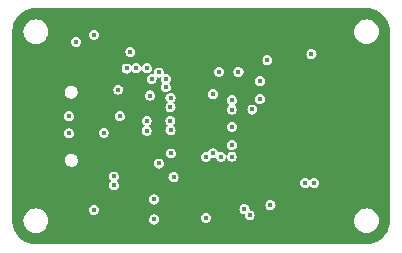
<source format=gbr>
%TF.GenerationSoftware,KiCad,Pcbnew,8.0.8*%
%TF.CreationDate,2025-04-16T19:26:52+02:00*%
%TF.ProjectId,PicoFlash,5069636f-466c-4617-9368-2e6b69636164,1.0*%
%TF.SameCoordinates,Original*%
%TF.FileFunction,Copper,L2,Inr*%
%TF.FilePolarity,Positive*%
%FSLAX46Y46*%
G04 Gerber Fmt 4.6, Leading zero omitted, Abs format (unit mm)*
G04 Created by KiCad (PCBNEW 8.0.8) date 2025-04-16 19:26:52*
%MOMM*%
%LPD*%
G01*
G04 APERTURE LIST*
%TA.AperFunction,ComponentPad*%
%ADD10O,2.000000X1.100000*%
%TD*%
%TA.AperFunction,ComponentPad*%
%ADD11O,1.800000X1.200000*%
%TD*%
%TA.AperFunction,ViaPad*%
%ADD12C,0.450000*%
%TD*%
G04 APERTURE END LIST*
D10*
%TO.N,GND*%
%TO.C,J10*%
X5525121Y14324994D03*
D11*
X1324968Y14324994D03*
D10*
X5525121Y5675006D03*
D11*
X1324968Y5675006D03*
%TD*%
D12*
%TO.N,+3V3*%
X10500000Y14900000D03*
X18586234Y9953261D03*
X17000000Y7700000D03*
X19150000Y14600000D03*
X11800000Y14000000D03*
X9681380Y14890690D03*
X13390000Y10470000D03*
X25550000Y5209398D03*
X11380000Y10470000D03*
X17500000Y14600000D03*
X13660000Y5680000D03*
X20100000Y2450000D03*
X13000000Y13300000D03*
X13422328Y7697484D03*
X19660934Y2969814D03*
X11400000Y14900000D03*
X13000000Y14000000D03*
X24800000Y5209398D03*
X17000000Y12727491D03*
X8600000Y5000000D03*
X10000000Y16300000D03*
X21000000Y13800000D03*
X8600000Y5750000D03*
X13400000Y12400000D03*
%TO.N,GND*%
X31439340Y9939340D03*
X939340Y939340D03*
X19000000Y19500000D03*
X6600000Y6400000D03*
X13000000Y19500000D03*
X20000000Y19500000D03*
X28400000Y5700000D03*
X12460000Y1490000D03*
X500000Y6000000D03*
X500000Y7000000D03*
X6100000Y13600000D03*
X4000000Y500000D03*
X9000000Y500000D03*
X31000000Y19000000D03*
X12000000Y500000D03*
X10000000Y500000D03*
X18600000Y9100000D03*
X28000000Y500000D03*
X17000000Y9000000D03*
X31439340Y3939340D03*
X19135198Y6875000D03*
X19500000Y13750000D03*
X14500000Y1500000D03*
X24150000Y10050000D03*
X20000000Y500000D03*
X27100000Y3000000D03*
X23300000Y9850000D03*
X8000000Y19500000D03*
X5000000Y500000D03*
X25000000Y500000D03*
X10100000Y7100000D03*
X21930000Y12300000D03*
X26000000Y500000D03*
X26200000Y11100000D03*
X500000Y5000000D03*
X27000000Y500000D03*
X30000000Y6900000D03*
X27000000Y19500000D03*
X30000000Y500000D03*
X4000000Y19500000D03*
X16000000Y500000D03*
X18000000Y500000D03*
X22000000Y500000D03*
X15000000Y11000000D03*
X9400000Y1400000D03*
X10150000Y13605627D03*
X15000000Y10000000D03*
X20196203Y3353739D03*
X7125000Y18350000D03*
X31500000Y14000000D03*
X31439340Y12939340D03*
X17000000Y10000000D03*
X31439340Y1939340D03*
X17000000Y19500000D03*
X30000000Y15100000D03*
X9530000Y9440000D03*
X31439340Y10939340D03*
X5400000Y15950000D03*
X12000000Y19500000D03*
X500000Y10000000D03*
X31439340Y8939340D03*
X29000000Y19500000D03*
X2100000Y13000000D03*
X31439340Y17939340D03*
X5600000Y13600000D03*
X10100000Y7700000D03*
X2100000Y9000000D03*
X16000000Y11000000D03*
X19000000Y500000D03*
X13500000Y1500000D03*
X13000000Y500000D03*
X18000000Y19500000D03*
X30000000Y9000000D03*
X18156903Y5700000D03*
X11000000Y500000D03*
X25000000Y19500000D03*
X26200000Y10300000D03*
X6100000Y6400000D03*
X31439340Y7939340D03*
X500000Y16000000D03*
X500000Y2000000D03*
X5399857Y16499673D03*
X500000Y14000000D03*
X21930000Y10750000D03*
X500000Y15000000D03*
X2000000Y500000D03*
X500000Y13000000D03*
X30000000Y19500000D03*
X500000Y3000000D03*
X25000000Y18250000D03*
X6000000Y19500000D03*
X14000000Y19500000D03*
X6000000Y500000D03*
X500000Y17000000D03*
X22000000Y19500000D03*
X23000000Y500000D03*
X2100000Y11000000D03*
X11000000Y19500000D03*
X5399691Y17799673D03*
X15000000Y19500000D03*
X8500000Y1400000D03*
X8000000Y500000D03*
X13449609Y3296768D03*
X3000000Y500000D03*
X30000000Y11000000D03*
X2100000Y7000000D03*
X31439340Y6939340D03*
X26000000Y19500000D03*
X25000000Y10300000D03*
X22700000Y7250000D03*
X24000000Y19500000D03*
X31439340Y11939340D03*
X7000000Y19500000D03*
X31439340Y2939340D03*
X26000000Y17250000D03*
X30000000Y13000000D03*
X2000000Y19500000D03*
X27750000Y16000000D03*
X18870000Y2650000D03*
X15550000Y14600000D03*
X28000000Y19500000D03*
X9930000Y9940000D03*
X14000000Y500000D03*
X5000000Y19500000D03*
X22200000Y14600000D03*
X5600000Y6400000D03*
X7500000Y1400000D03*
X500000Y18000000D03*
X10100000Y6500000D03*
X26400000Y3000000D03*
X31439340Y15939340D03*
X31000000Y878680D03*
X3000000Y19500000D03*
X500000Y9000000D03*
X24000000Y500000D03*
X21000000Y500000D03*
X30000000Y4900000D03*
X21000000Y19500000D03*
X14850000Y14600000D03*
X5400116Y18349675D03*
X500000Y12000000D03*
X15000000Y500000D03*
X16000000Y19500000D03*
X939340Y19060660D03*
X18170000Y5030000D03*
X16000000Y9000000D03*
X500000Y11000000D03*
X500000Y4000000D03*
X17000000Y11000000D03*
X26200000Y11900000D03*
X7740000Y10100000D03*
X15000000Y9000000D03*
X23000000Y19500000D03*
X10000000Y19500000D03*
X12575152Y15467615D03*
X15712463Y7424212D03*
X17000000Y500000D03*
X7200000Y4800000D03*
X31500000Y5000000D03*
X9000000Y19500000D03*
X22675000Y8750000D03*
X16000000Y10000000D03*
X500000Y8000000D03*
X31500000Y6000000D03*
X31500000Y15000000D03*
X6600000Y13600000D03*
X22200000Y13800000D03*
X26200000Y6600000D03*
X7000000Y500000D03*
X31439340Y16939340D03*
X8827180Y13723323D03*
X29000000Y500000D03*
X27100000Y4500000D03*
%TO.N,+1V1*%
X13397026Y11613328D03*
X11374578Y9615422D03*
X18575000Y11403525D03*
X20330729Y11417274D03*
X13400000Y9650000D03*
X11666127Y12593914D03*
%TO.N,/CC2*%
X7739456Y9440000D03*
X4800000Y9391268D03*
%TO.N,/CC1*%
X4796683Y10836097D03*
X9100000Y10850000D03*
%TO.N,BOOTSELECT*%
X12400000Y14550000D03*
X12405422Y6844578D03*
%TO.N,HOST_RESET*%
X25330000Y16100000D03*
X21600013Y15590013D03*
%TO.N,GPIO10*%
X20950000Y12300000D03*
X18575000Y7427301D03*
%TO.N,GPIO8*%
X17645867Y7413589D03*
X21860000Y3320000D03*
%TO.N,GPIO16*%
X12000000Y3800000D03*
X18600000Y12200000D03*
%TO.N,GPIO7*%
X16384275Y7406311D03*
X16384275Y2250000D03*
%TO.N,GPIO15*%
X12000000Y2100000D03*
X18598578Y8400461D03*
%TO.N,/ACT_LED*%
X5401705Y17149673D03*
X6900000Y2909929D03*
%TO.N,/PWR_LED*%
X8984423Y13092628D03*
X6906380Y17737865D03*
%TD*%
%TA.AperFunction,Conductor*%
%TO.N,GND*%
G36*
X11300000Y7600000D02*
G01*
X11100000Y7600000D01*
X10875000Y7600000D01*
X10743668Y7579199D01*
X10625191Y7518832D01*
X10531168Y7424809D01*
X10470801Y7306332D01*
X10450000Y7175000D01*
X10450000Y6050000D01*
X10050000Y6050000D01*
X9650000Y6050000D01*
X9650000Y8000000D01*
X10450000Y8000000D01*
X11300000Y8000000D01*
X11300000Y7600000D01*
G37*
%TD.AperFunction*%
%TD*%
%TA.AperFunction,Conductor*%
%TO.N,GND*%
G36*
X29928782Y19999998D02*
G01*
X30069687Y19998742D01*
X30073167Y19998587D01*
X30212066Y19987407D01*
X30215082Y19987069D01*
X30282542Y19977370D01*
X30285965Y19976752D01*
X30559331Y19917285D01*
X30566023Y19915320D01*
X30826497Y19818169D01*
X30832848Y19815267D01*
X30954837Y19748656D01*
X31076823Y19682046D01*
X31082697Y19678272D01*
X31305261Y19511664D01*
X31310536Y19507091D01*
X31507090Y19310537D01*
X31511663Y19305260D01*
X31678269Y19082701D01*
X31682045Y19076824D01*
X31815264Y18832853D01*
X31818169Y18826494D01*
X31915317Y18566031D01*
X31917286Y18559323D01*
X31976749Y18285976D01*
X31977370Y18282533D01*
X31987066Y18215096D01*
X31987407Y18212054D01*
X31998585Y18073172D01*
X31998741Y18069678D01*
X31999998Y17928783D01*
X32000000Y17928346D01*
X32000000Y2071655D01*
X31999998Y2071218D01*
X31998741Y1930323D01*
X31998585Y1926829D01*
X31987407Y1787947D01*
X31987066Y1784905D01*
X31977370Y1717468D01*
X31976749Y1714025D01*
X31917286Y1440678D01*
X31915317Y1433970D01*
X31818169Y1173507D01*
X31815264Y1167148D01*
X31682045Y923177D01*
X31678266Y917295D01*
X31511669Y694747D01*
X31507090Y689464D01*
X31310536Y492910D01*
X31305253Y488331D01*
X31082705Y321734D01*
X31076823Y317955D01*
X30832852Y184736D01*
X30826493Y181831D01*
X30566030Y84683D01*
X30559322Y82714D01*
X30285975Y23251D01*
X30282532Y22630D01*
X30215095Y12934D01*
X30212053Y12593D01*
X30073171Y1415D01*
X30069677Y1259D01*
X29928782Y2D01*
X29928345Y0D01*
X2071655Y0D01*
X2071218Y2D01*
X1930322Y1259D01*
X1926828Y1415D01*
X1787946Y12593D01*
X1784904Y12934D01*
X1717467Y22630D01*
X1714024Y23251D01*
X1440677Y82714D01*
X1433969Y84683D01*
X1173506Y181831D01*
X1167147Y184736D01*
X923176Y317955D01*
X917299Y321731D01*
X694740Y488337D01*
X689463Y492910D01*
X492909Y689464D01*
X488336Y694739D01*
X321728Y917303D01*
X317954Y923177D01*
X205534Y1129058D01*
X184733Y1167152D01*
X181830Y1173507D01*
X149822Y1259324D01*
X84680Y1433977D01*
X82715Y1440669D01*
X23248Y1714035D01*
X22629Y1717468D01*
X14634Y1773072D01*
X12931Y1784918D01*
X12592Y1787947D01*
X11972Y1795648D01*
X1413Y1926833D01*
X1258Y1930323D01*
X637Y2000001D01*
X952528Y2000001D01*
X952528Y2000000D01*
X974878Y1773072D01*
X983755Y1759055D01*
X1019674Y1640646D01*
X1032262Y1599150D01*
X1032265Y1599145D01*
X1032266Y1599142D01*
X1129057Y1418057D01*
X1129778Y1417086D01*
X1130582Y1416198D01*
X1259323Y1259327D01*
X1259326Y1259324D01*
X1416197Y1130583D01*
X1417085Y1129778D01*
X1418055Y1129059D01*
X1418056Y1129058D01*
X1599150Y1032262D01*
X1759054Y983756D01*
X1769434Y975238D01*
X1795644Y972657D01*
X1795649Y972655D01*
X1795648Y972655D01*
X2000000Y952528D01*
X2204352Y972655D01*
X2204351Y972655D01*
X2204353Y972656D01*
X2226926Y974879D01*
X2240943Y983756D01*
X2400850Y1032262D01*
X2581944Y1129058D01*
X2581945Y1129059D01*
X2581951Y1129065D01*
X2582905Y1129772D01*
X2583790Y1130574D01*
X2740675Y1259325D01*
X2869426Y1416210D01*
X2870228Y1417095D01*
X2870941Y1418055D01*
X2870942Y1418056D01*
X2967738Y1599150D01*
X3027345Y1795649D01*
X3037405Y1846225D01*
X3048736Y1948417D01*
X3048736Y2051583D01*
X3043368Y2100000D01*
X11569196Y2100000D01*
X11590281Y1966874D01*
X11590281Y1966873D01*
X11590282Y1966872D01*
X11651467Y1846787D01*
X11651472Y1846780D01*
X11746779Y1751473D01*
X11746786Y1751468D01*
X11820254Y1714035D01*
X11866874Y1690281D01*
X12000000Y1669196D01*
X12133126Y1690281D01*
X12216420Y1732722D01*
X12253213Y1751468D01*
X12253215Y1751470D01*
X12253220Y1751472D01*
X12348528Y1846780D01*
X12409719Y1966874D01*
X12430804Y2100000D01*
X12409719Y2233126D01*
X12401121Y2250000D01*
X15953471Y2250000D01*
X15974556Y2116874D01*
X15974556Y2116873D01*
X15974557Y2116872D01*
X16035742Y1996787D01*
X16035747Y1996780D01*
X16131054Y1901473D01*
X16131061Y1901468D01*
X16211117Y1860678D01*
X16251149Y1840281D01*
X16384275Y1819196D01*
X16517401Y1840281D01*
X16600695Y1882722D01*
X16637488Y1901468D01*
X16637490Y1901470D01*
X16637495Y1901472D01*
X16732803Y1996780D01*
X16734445Y2000001D01*
X28952528Y2000001D01*
X28952528Y2000000D01*
X28974878Y1773072D01*
X28983755Y1759055D01*
X29019674Y1640646D01*
X29032262Y1599150D01*
X29032265Y1599145D01*
X29032266Y1599142D01*
X29129057Y1418057D01*
X29129778Y1417086D01*
X29130582Y1416198D01*
X29259323Y1259327D01*
X29259326Y1259324D01*
X29416197Y1130583D01*
X29417085Y1129778D01*
X29418055Y1129059D01*
X29418056Y1129058D01*
X29599150Y1032262D01*
X29759054Y983756D01*
X29769434Y975238D01*
X29795644Y972657D01*
X29795649Y972655D01*
X29795648Y972655D01*
X30000000Y952528D01*
X30204352Y972655D01*
X30204351Y972655D01*
X30204353Y972656D01*
X30226926Y974879D01*
X30240943Y983756D01*
X30400850Y1032262D01*
X30581944Y1129058D01*
X30581945Y1129059D01*
X30581951Y1129065D01*
X30582905Y1129772D01*
X30583790Y1130574D01*
X30740675Y1259325D01*
X30869426Y1416210D01*
X30870228Y1417095D01*
X30870941Y1418055D01*
X30870942Y1418056D01*
X30967738Y1599150D01*
X31027345Y1795649D01*
X31037405Y1846225D01*
X31048736Y1948417D01*
X31048736Y2051583D01*
X31037405Y2153775D01*
X31027345Y2204351D01*
X30967738Y2400850D01*
X30870942Y2581944D01*
X30870941Y2581945D01*
X30870222Y2582915D01*
X30869417Y2583803D01*
X30740676Y2740674D01*
X30740673Y2740677D01*
X30583802Y2869418D01*
X30582914Y2870222D01*
X30581943Y2870943D01*
X30400858Y2967734D01*
X30400855Y2967735D01*
X30400850Y2967738D01*
X30359354Y2980326D01*
X30240945Y3016245D01*
X30230566Y3024763D01*
X30204351Y3027345D01*
X30204352Y3027345D01*
X30000000Y3047472D01*
X29773071Y3025122D01*
X29759054Y3016245D01*
X29599153Y2967739D01*
X29599150Y2967738D01*
X29599147Y2967737D01*
X29599141Y2967734D01*
X29418056Y2870943D01*
X29417083Y2870222D01*
X29416197Y2869418D01*
X29259326Y2740677D01*
X29259323Y2740674D01*
X29130582Y2583803D01*
X29129778Y2582917D01*
X29129057Y2581944D01*
X29032266Y2400859D01*
X29032261Y2400847D01*
X28983755Y2240946D01*
X28975237Y2230568D01*
X28952528Y2000001D01*
X16734445Y2000001D01*
X16754969Y2040283D01*
X16793994Y2116874D01*
X16815079Y2250000D01*
X16793994Y2383126D01*
X16760670Y2448528D01*
X16732807Y2503214D01*
X16732802Y2503221D01*
X16637495Y2598528D01*
X16637488Y2598533D01*
X16517403Y2659718D01*
X16517402Y2659719D01*
X16517401Y2659719D01*
X16384275Y2680804D01*
X16251149Y2659719D01*
X16251147Y2659719D01*
X16251146Y2659718D01*
X16131061Y2598533D01*
X16131054Y2598528D01*
X16035747Y2503221D01*
X16035742Y2503214D01*
X15974557Y2383129D01*
X15974556Y2383128D01*
X15974556Y2383126D01*
X15953471Y2250000D01*
X12401121Y2250000D01*
X12389322Y2273158D01*
X12348532Y2353214D01*
X12348527Y2353221D01*
X12253220Y2448528D01*
X12253213Y2448533D01*
X12133128Y2509718D01*
X12133127Y2509719D01*
X12133126Y2509719D01*
X12000000Y2530804D01*
X11866874Y2509719D01*
X11866872Y2509719D01*
X11866871Y2509718D01*
X11746786Y2448533D01*
X11746779Y2448528D01*
X11651472Y2353221D01*
X11651467Y2353214D01*
X11590282Y2233129D01*
X11590281Y2233128D01*
X11590281Y2233126D01*
X11569196Y2100000D01*
X3043368Y2100000D01*
X3037405Y2153775D01*
X3027345Y2204351D01*
X2967738Y2400850D01*
X2870942Y2581944D01*
X2870941Y2581945D01*
X2870222Y2582915D01*
X2869417Y2583803D01*
X2740676Y2740674D01*
X2740673Y2740677D01*
X2583802Y2869418D01*
X2582914Y2870222D01*
X2581943Y2870943D01*
X2509005Y2909929D01*
X6469196Y2909929D01*
X6490281Y2776803D01*
X6490281Y2776802D01*
X6490282Y2776801D01*
X6551467Y2656716D01*
X6551472Y2656709D01*
X6646779Y2561402D01*
X6646786Y2561397D01*
X6726842Y2520607D01*
X6766874Y2500210D01*
X6900000Y2479125D01*
X7033126Y2500210D01*
X7117540Y2543221D01*
X7153213Y2561397D01*
X7153215Y2561399D01*
X7153220Y2561401D01*
X7248528Y2656709D01*
X7250062Y2659718D01*
X7267278Y2693509D01*
X7309719Y2776803D01*
X7330804Y2909929D01*
X7321319Y2969814D01*
X19230130Y2969814D01*
X19251215Y2836688D01*
X19251215Y2836687D01*
X19251216Y2836686D01*
X19312401Y2716601D01*
X19312406Y2716594D01*
X19407713Y2621287D01*
X19407720Y2621282D01*
X19481278Y2583803D01*
X19527808Y2560095D01*
X19634349Y2543221D01*
X19666326Y2523625D01*
X19675081Y2487160D01*
X19669196Y2450001D01*
X19669196Y2450000D01*
X19690281Y2316874D01*
X19690281Y2316873D01*
X19690282Y2316872D01*
X19751467Y2196787D01*
X19751472Y2196780D01*
X19846779Y2101473D01*
X19846786Y2101468D01*
X19926842Y2060678D01*
X19966874Y2040281D01*
X20100000Y2019196D01*
X20233126Y2040281D01*
X20316420Y2082722D01*
X20353213Y2101468D01*
X20353215Y2101470D01*
X20353220Y2101472D01*
X20448528Y2196780D01*
X20509719Y2316874D01*
X20530804Y2450000D01*
X20509719Y2583126D01*
X20472223Y2656716D01*
X20448532Y2703214D01*
X20448527Y2703221D01*
X20353220Y2798528D01*
X20353213Y2798533D01*
X20233129Y2859718D01*
X20233127Y2859719D01*
X20233126Y2859719D01*
X20162260Y2870943D01*
X20126583Y2876594D01*
X20094607Y2896190D01*
X20085852Y2932656D01*
X20091738Y2969814D01*
X20070653Y3102940D01*
X20039975Y3163149D01*
X20009466Y3223028D01*
X20009461Y3223035D01*
X19914154Y3318342D01*
X19914147Y3318347D01*
X19910903Y3320000D01*
X21429196Y3320000D01*
X21450281Y3186874D01*
X21450281Y3186873D01*
X21450282Y3186872D01*
X21511467Y3066787D01*
X21511472Y3066780D01*
X21606779Y2971473D01*
X21606786Y2971468D01*
X21682959Y2932657D01*
X21726874Y2910281D01*
X21860000Y2889196D01*
X21993126Y2910281D01*
X22105894Y2967739D01*
X22113213Y2971468D01*
X22113215Y2971470D01*
X22113220Y2971472D01*
X22208528Y3066780D01*
X22269719Y3186874D01*
X22290804Y3320000D01*
X22269719Y3453126D01*
X22222000Y3546780D01*
X22208532Y3573214D01*
X22208527Y3573221D01*
X22113220Y3668528D01*
X22113213Y3668533D01*
X21993128Y3729718D01*
X21993127Y3729719D01*
X21993126Y3729719D01*
X21860000Y3750804D01*
X21726874Y3729719D01*
X21726872Y3729719D01*
X21726871Y3729718D01*
X21606786Y3668533D01*
X21606779Y3668528D01*
X21511472Y3573221D01*
X21511467Y3573214D01*
X21450282Y3453129D01*
X21450281Y3453128D01*
X21450281Y3453126D01*
X21429196Y3320000D01*
X19910903Y3320000D01*
X19794062Y3379532D01*
X19794061Y3379533D01*
X19794060Y3379533D01*
X19660934Y3400618D01*
X19527808Y3379533D01*
X19527806Y3379533D01*
X19527805Y3379532D01*
X19407720Y3318347D01*
X19407713Y3318342D01*
X19312406Y3223035D01*
X19312401Y3223028D01*
X19251216Y3102943D01*
X19251215Y3102942D01*
X19251215Y3102940D01*
X19230130Y2969814D01*
X7321319Y2969814D01*
X7309719Y3043055D01*
X7279205Y3102943D01*
X7248532Y3163143D01*
X7248527Y3163150D01*
X7153220Y3258457D01*
X7153213Y3258462D01*
X7033128Y3319647D01*
X7033127Y3319648D01*
X7033126Y3319648D01*
X6900000Y3340733D01*
X6766874Y3319648D01*
X6766872Y3319648D01*
X6766871Y3319647D01*
X6646786Y3258462D01*
X6646779Y3258457D01*
X6551472Y3163150D01*
X6551467Y3163143D01*
X6490282Y3043058D01*
X6490281Y3043057D01*
X6490281Y3043055D01*
X6469196Y2909929D01*
X2509005Y2909929D01*
X2400858Y2967734D01*
X2400855Y2967735D01*
X2400850Y2967738D01*
X2359354Y2980326D01*
X2240945Y3016245D01*
X2230566Y3024763D01*
X2204351Y3027345D01*
X2204352Y3027345D01*
X2000000Y3047472D01*
X1773071Y3025122D01*
X1759054Y3016245D01*
X1599153Y2967739D01*
X1599150Y2967738D01*
X1599147Y2967737D01*
X1599141Y2967734D01*
X1418056Y2870943D01*
X1417083Y2870222D01*
X1416197Y2869418D01*
X1259326Y2740677D01*
X1259323Y2740674D01*
X1130582Y2583803D01*
X1129778Y2582917D01*
X1129057Y2581944D01*
X1032266Y2400859D01*
X1032261Y2400847D01*
X983755Y2240946D01*
X975237Y2230568D01*
X952528Y2000001D01*
X637Y2000001D01*
X2Y2071218D01*
X0Y2071655D01*
X0Y3800000D01*
X11569196Y3800000D01*
X11590281Y3666874D01*
X11590281Y3666873D01*
X11590282Y3666872D01*
X11651467Y3546787D01*
X11651472Y3546780D01*
X11746779Y3451473D01*
X11746786Y3451468D01*
X11826842Y3410678D01*
X11866874Y3390281D01*
X12000000Y3369196D01*
X12133126Y3390281D01*
X12216420Y3432722D01*
X12253213Y3451468D01*
X12253215Y3451470D01*
X12253220Y3451472D01*
X12348528Y3546780D01*
X12409719Y3666874D01*
X12430804Y3800000D01*
X12409719Y3933126D01*
X12389322Y3973158D01*
X12348532Y4053214D01*
X12348527Y4053221D01*
X12253220Y4148528D01*
X12253213Y4148533D01*
X12133128Y4209718D01*
X12133127Y4209719D01*
X12133126Y4209719D01*
X12000000Y4230804D01*
X11866874Y4209719D01*
X11866872Y4209719D01*
X11866871Y4209718D01*
X11746786Y4148533D01*
X11746779Y4148528D01*
X11651472Y4053221D01*
X11651467Y4053214D01*
X11590282Y3933129D01*
X11590281Y3933128D01*
X11590281Y3933126D01*
X11569196Y3800000D01*
X0Y3800000D01*
X0Y5750000D01*
X8169196Y5750000D01*
X8190281Y5616874D01*
X8190281Y5616873D01*
X8190282Y5616872D01*
X8251467Y5496787D01*
X8251472Y5496780D01*
X8338604Y5409648D01*
X8352956Y5375000D01*
X8338604Y5340352D01*
X8251472Y5253221D01*
X8251467Y5253214D01*
X8190282Y5133129D01*
X8190281Y5133128D01*
X8190281Y5133126D01*
X8169196Y5000000D01*
X8190281Y4866874D01*
X8190281Y4866873D01*
X8190282Y4866872D01*
X8251467Y4746787D01*
X8251472Y4746780D01*
X8346779Y4651473D01*
X8346786Y4651468D01*
X8426842Y4610678D01*
X8466874Y4590281D01*
X8600000Y4569196D01*
X8733126Y4590281D01*
X8816420Y4632722D01*
X8853213Y4651468D01*
X8853215Y4651470D01*
X8853220Y4651472D01*
X8948528Y4746780D01*
X9009719Y4866874D01*
X9030804Y5000000D01*
X9009719Y5133126D01*
X8989322Y5173158D01*
X8970857Y5209398D01*
X24369196Y5209398D01*
X24390281Y5076272D01*
X24390281Y5076271D01*
X24390282Y5076270D01*
X24451467Y4956185D01*
X24451472Y4956178D01*
X24546779Y4860871D01*
X24546786Y4860866D01*
X24626842Y4820076D01*
X24666874Y4799679D01*
X24800000Y4778594D01*
X24933126Y4799679D01*
X25016420Y4842120D01*
X25053213Y4860866D01*
X25053215Y4860868D01*
X25053220Y4860870D01*
X25140352Y4948002D01*
X25175000Y4962354D01*
X25209648Y4948002D01*
X25296779Y4860871D01*
X25296786Y4860866D01*
X25376842Y4820076D01*
X25416874Y4799679D01*
X25550000Y4778594D01*
X25683126Y4799679D01*
X25766420Y4842120D01*
X25803213Y4860866D01*
X25803215Y4860868D01*
X25803220Y4860870D01*
X25898528Y4956178D01*
X25959719Y5076272D01*
X25980804Y5209398D01*
X25959719Y5342524D01*
X25939322Y5382556D01*
X25898532Y5462612D01*
X25898527Y5462619D01*
X25803220Y5557926D01*
X25803213Y5557931D01*
X25683128Y5619116D01*
X25683127Y5619117D01*
X25683126Y5619117D01*
X25550000Y5640202D01*
X25416874Y5619117D01*
X25416872Y5619117D01*
X25416871Y5619116D01*
X25296786Y5557931D01*
X25296779Y5557926D01*
X25209648Y5470794D01*
X25175000Y5456442D01*
X25140352Y5470794D01*
X25053220Y5557926D01*
X25053213Y5557931D01*
X24933128Y5619116D01*
X24933127Y5619117D01*
X24933126Y5619117D01*
X24800000Y5640202D01*
X24666874Y5619117D01*
X24666872Y5619117D01*
X24666871Y5619116D01*
X24546786Y5557931D01*
X24546779Y5557926D01*
X24451472Y5462619D01*
X24451467Y5462612D01*
X24390282Y5342527D01*
X24390281Y5342526D01*
X24390281Y5342524D01*
X24369196Y5209398D01*
X8970857Y5209398D01*
X8948532Y5253214D01*
X8948527Y5253221D01*
X8861396Y5340352D01*
X8847044Y5375000D01*
X8861396Y5409648D01*
X8878535Y5426787D01*
X8948528Y5496780D01*
X9009719Y5616874D01*
X9019717Y5680000D01*
X13229196Y5680000D01*
X13250281Y5546874D01*
X13250281Y5546873D01*
X13250282Y5546872D01*
X13311467Y5426787D01*
X13311472Y5426780D01*
X13406779Y5331473D01*
X13406786Y5331468D01*
X13486842Y5290678D01*
X13526874Y5270281D01*
X13660000Y5249196D01*
X13793126Y5270281D01*
X13876420Y5312722D01*
X13913213Y5331468D01*
X13913215Y5331470D01*
X13913220Y5331472D01*
X14008528Y5426780D01*
X14069719Y5546874D01*
X14090804Y5680000D01*
X14069719Y5813126D01*
X14049322Y5853158D01*
X14008532Y5933214D01*
X14008527Y5933221D01*
X13913220Y6028528D01*
X13913213Y6028533D01*
X13793128Y6089718D01*
X13793127Y6089719D01*
X13793126Y6089719D01*
X13660000Y6110804D01*
X13526874Y6089719D01*
X13526872Y6089719D01*
X13526871Y6089718D01*
X13406786Y6028533D01*
X13406779Y6028528D01*
X13311472Y5933221D01*
X13311467Y5933214D01*
X13250282Y5813129D01*
X13250281Y5813128D01*
X13250281Y5813126D01*
X13229196Y5680000D01*
X9019717Y5680000D01*
X9030804Y5750000D01*
X9009719Y5883126D01*
X8984194Y5933221D01*
X8948532Y6003214D01*
X8948527Y6003221D01*
X8901748Y6050000D01*
X9650000Y6050000D01*
X10450000Y6050000D01*
X10450000Y6844578D01*
X11974618Y6844578D01*
X11995703Y6711452D01*
X11995703Y6711451D01*
X11995704Y6711450D01*
X12056889Y6591365D01*
X12056894Y6591358D01*
X12152201Y6496051D01*
X12152208Y6496046D01*
X12232264Y6455256D01*
X12272296Y6434859D01*
X12405422Y6413774D01*
X12538548Y6434859D01*
X12621842Y6477300D01*
X12658635Y6496046D01*
X12658637Y6496048D01*
X12658642Y6496050D01*
X12753950Y6591358D01*
X12756754Y6596860D01*
X12793681Y6669335D01*
X12815141Y6711452D01*
X12836226Y6844578D01*
X12815141Y6977704D01*
X12774339Y7057783D01*
X12753954Y7097792D01*
X12753949Y7097799D01*
X12658642Y7193106D01*
X12658635Y7193111D01*
X12538550Y7254296D01*
X12538549Y7254297D01*
X12538548Y7254297D01*
X12405422Y7275382D01*
X12272296Y7254297D01*
X12272294Y7254297D01*
X12272293Y7254296D01*
X12152208Y7193111D01*
X12152201Y7193106D01*
X12056894Y7097799D01*
X12056889Y7097792D01*
X11995704Y6977707D01*
X11995703Y6977706D01*
X11995703Y6977704D01*
X11974618Y6844578D01*
X10450000Y6844578D01*
X10450000Y7600000D01*
X11300000Y7600000D01*
X11300000Y7697484D01*
X12991524Y7697484D01*
X13012609Y7564358D01*
X13012609Y7564357D01*
X13012610Y7564356D01*
X13073795Y7444271D01*
X13073800Y7444264D01*
X13169107Y7348957D01*
X13169114Y7348952D01*
X13243954Y7310820D01*
X13289202Y7287765D01*
X13422328Y7266680D01*
X13555454Y7287765D01*
X13654283Y7338121D01*
X13675541Y7348952D01*
X13675543Y7348954D01*
X13675548Y7348956D01*
X13732903Y7406311D01*
X15953471Y7406311D01*
X15974556Y7273185D01*
X15974556Y7273184D01*
X15974557Y7273183D01*
X16035742Y7153098D01*
X16035747Y7153091D01*
X16131054Y7057784D01*
X16131061Y7057779D01*
X16209950Y7017584D01*
X16251149Y6996592D01*
X16384275Y6975507D01*
X16517401Y6996592D01*
X16600695Y7039033D01*
X16637488Y7057779D01*
X16637490Y7057781D01*
X16637495Y7057783D01*
X16732803Y7153091D01*
X16793686Y7272581D01*
X16822202Y7296936D01*
X16859586Y7293995D01*
X16866874Y7290281D01*
X17000000Y7269196D01*
X17133126Y7290281D01*
X17167659Y7307878D01*
X17205046Y7310820D01*
X17233564Y7286464D01*
X17235622Y7281495D01*
X17297334Y7160376D01*
X17297339Y7160369D01*
X17392646Y7065062D01*
X17392653Y7065057D01*
X17472709Y7024267D01*
X17512741Y7003870D01*
X17645867Y6982785D01*
X17778993Y7003870D01*
X17862287Y7046311D01*
X17899080Y7065057D01*
X17899082Y7065059D01*
X17899087Y7065061D01*
X17994395Y7160369D01*
X18055586Y7280463D01*
X18063123Y7328053D01*
X18082717Y7360027D01*
X18119184Y7368782D01*
X18151161Y7349187D01*
X18159915Y7328053D01*
X18165281Y7294175D01*
X18165281Y7294174D01*
X18165282Y7294172D01*
X18226467Y7174088D01*
X18226472Y7174081D01*
X18321779Y7078774D01*
X18321786Y7078769D01*
X18401842Y7037979D01*
X18441874Y7017582D01*
X18575000Y6996497D01*
X18708126Y7017582D01*
X18801311Y7065062D01*
X18828213Y7078769D01*
X18828215Y7078771D01*
X18828220Y7078773D01*
X18923528Y7174081D01*
X18984719Y7294175D01*
X19005804Y7427301D01*
X18984719Y7560427D01*
X18964322Y7600459D01*
X18923532Y7680515D01*
X18923527Y7680522D01*
X18828220Y7775829D01*
X18828213Y7775834D01*
X18708128Y7837019D01*
X18708127Y7837020D01*
X18708126Y7837020D01*
X18575000Y7858105D01*
X18441874Y7837020D01*
X18441872Y7837020D01*
X18441871Y7837019D01*
X18321786Y7775834D01*
X18321779Y7775829D01*
X18226472Y7680522D01*
X18226467Y7680515D01*
X18165282Y7560431D01*
X18165281Y7560429D01*
X18165281Y7560427D01*
X18161957Y7539440D01*
X18157744Y7512840D01*
X18138148Y7480864D01*
X18101681Y7472109D01*
X18069705Y7491705D01*
X18060951Y7512837D01*
X18055586Y7546715D01*
X18016793Y7622851D01*
X17994399Y7666803D01*
X17994394Y7666810D01*
X17899087Y7762117D01*
X17899080Y7762122D01*
X17778995Y7823307D01*
X17778994Y7823308D01*
X17778993Y7823308D01*
X17645867Y7844393D01*
X17512740Y7823308D01*
X17498457Y7816030D01*
X17478206Y7805712D01*
X17440820Y7802770D01*
X17412302Y7827127D01*
X17410240Y7832104D01*
X17348532Y7953214D01*
X17348527Y7953221D01*
X17253220Y8048528D01*
X17253213Y8048533D01*
X17133128Y8109718D01*
X17133127Y8109719D01*
X17133126Y8109719D01*
X17000000Y8130804D01*
X16866874Y8109719D01*
X16866872Y8109719D01*
X16866871Y8109718D01*
X16746786Y8048533D01*
X16746779Y8048528D01*
X16651472Y7953221D01*
X16651468Y7953216D01*
X16590589Y7833732D01*
X16562072Y7809376D01*
X16524686Y7812318D01*
X16517401Y7816030D01*
X16384275Y7837115D01*
X16251149Y7816030D01*
X16251147Y7816030D01*
X16251146Y7816029D01*
X16131061Y7754844D01*
X16131054Y7754839D01*
X16035747Y7659532D01*
X16035742Y7659525D01*
X15974557Y7539440D01*
X15974556Y7539439D01*
X15974556Y7539437D01*
X15953471Y7406311D01*
X13732903Y7406311D01*
X13770856Y7444264D01*
X13772698Y7447878D01*
X13805797Y7512840D01*
X13832047Y7564358D01*
X13853132Y7697484D01*
X13832047Y7830610D01*
X13811650Y7870642D01*
X13770860Y7950698D01*
X13770855Y7950705D01*
X13675548Y8046012D01*
X13675541Y8046017D01*
X13555456Y8107202D01*
X13555455Y8107203D01*
X13555454Y8107203D01*
X13422328Y8128288D01*
X13289202Y8107203D01*
X13289200Y8107203D01*
X13289199Y8107202D01*
X13169114Y8046017D01*
X13169107Y8046012D01*
X13073800Y7950705D01*
X13073795Y7950698D01*
X13012610Y7830613D01*
X13012609Y7830612D01*
X13012609Y7830610D01*
X12991524Y7697484D01*
X11300000Y7697484D01*
X11300000Y8000000D01*
X10450000Y8000000D01*
X9650000Y8000000D01*
X9650000Y6050000D01*
X8901748Y6050000D01*
X8853220Y6098528D01*
X8853213Y6098533D01*
X8733128Y6159718D01*
X8733127Y6159719D01*
X8733126Y6159719D01*
X8600000Y6180804D01*
X8466874Y6159719D01*
X8466872Y6159719D01*
X8466871Y6159718D01*
X8346786Y6098533D01*
X8346779Y6098528D01*
X8251472Y6003221D01*
X8251467Y6003214D01*
X8190282Y5883129D01*
X8190281Y5883128D01*
X8190281Y5883126D01*
X8169196Y5750000D01*
X0Y5750000D01*
X0Y7182334D01*
X4454415Y7182334D01*
X4454415Y7037377D01*
X4491931Y6897367D01*
X4491932Y6897363D01*
X4522408Y6844578D01*
X4564408Y6771832D01*
X4666905Y6669335D01*
X4712852Y6642808D01*
X4792435Y6596860D01*
X4792437Y6596860D01*
X4792438Y6596859D01*
X4812942Y6591365D01*
X4932449Y6559342D01*
X4932452Y6559342D01*
X5077406Y6559342D01*
X5147411Y6578101D01*
X5217418Y6596859D01*
X5342951Y6669335D01*
X5445448Y6771832D01*
X5517924Y6897365D01*
X5539452Y6977707D01*
X5555441Y7037377D01*
X5555441Y7182334D01*
X5517924Y7322344D01*
X5517923Y7322348D01*
X5457328Y7427301D01*
X5445448Y7447878D01*
X5342951Y7550375D01*
X5217420Y7622851D01*
X5217416Y7622852D01*
X5077407Y7660368D01*
X5077404Y7660368D01*
X4932452Y7660368D01*
X4932449Y7660368D01*
X4792439Y7622852D01*
X4792435Y7622851D01*
X4666904Y7550375D01*
X4666904Y7550374D01*
X4564409Y7447879D01*
X4564408Y7447879D01*
X4491932Y7322348D01*
X4491931Y7322344D01*
X4454415Y7182334D01*
X0Y7182334D01*
X0Y8400461D01*
X18167774Y8400461D01*
X18188859Y8267335D01*
X18188859Y8267334D01*
X18188860Y8267333D01*
X18250045Y8147248D01*
X18250050Y8147241D01*
X18345357Y8051934D01*
X18345364Y8051929D01*
X18425420Y8011139D01*
X18465452Y7990742D01*
X18598578Y7969657D01*
X18731704Y7990742D01*
X18814998Y8033183D01*
X18851791Y8051929D01*
X18851793Y8051931D01*
X18851798Y8051933D01*
X18947106Y8147241D01*
X19008297Y8267335D01*
X19029382Y8400461D01*
X19008297Y8533587D01*
X18987900Y8573619D01*
X18947110Y8653675D01*
X18947105Y8653682D01*
X18851798Y8748989D01*
X18851791Y8748994D01*
X18731706Y8810179D01*
X18731705Y8810180D01*
X18731704Y8810180D01*
X18598578Y8831265D01*
X18465452Y8810180D01*
X18465450Y8810180D01*
X18465449Y8810179D01*
X18345364Y8748994D01*
X18345357Y8748989D01*
X18250050Y8653682D01*
X18250045Y8653675D01*
X18188860Y8533590D01*
X18188859Y8533589D01*
X18188859Y8533587D01*
X18167774Y8400461D01*
X0Y8400461D01*
X0Y9391268D01*
X4369196Y9391268D01*
X4390281Y9258142D01*
X4390281Y9258141D01*
X4390282Y9258140D01*
X4451467Y9138055D01*
X4451472Y9138048D01*
X4546779Y9042741D01*
X4546786Y9042736D01*
X4626842Y9001946D01*
X4666874Y8981549D01*
X4800000Y8960464D01*
X4933126Y8981549D01*
X5028772Y9030283D01*
X5053213Y9042736D01*
X5053215Y9042738D01*
X5053220Y9042740D01*
X5148528Y9138048D01*
X5209719Y9258142D01*
X5230804Y9391268D01*
X5223086Y9440000D01*
X7308652Y9440000D01*
X7329737Y9306874D01*
X7329737Y9306873D01*
X7329738Y9306872D01*
X7390923Y9186787D01*
X7390928Y9186780D01*
X7486235Y9091473D01*
X7486242Y9091468D01*
X7566298Y9050678D01*
X7606330Y9030281D01*
X7739456Y9009196D01*
X7872582Y9030281D01*
X7955876Y9072722D01*
X7992669Y9091468D01*
X7992671Y9091470D01*
X7992676Y9091472D01*
X8087984Y9186780D01*
X8149175Y9306874D01*
X8170260Y9440000D01*
X8149175Y9573126D01*
X8127624Y9615422D01*
X10943774Y9615422D01*
X10964859Y9482296D01*
X10964859Y9482295D01*
X10964860Y9482294D01*
X11026045Y9362209D01*
X11026050Y9362202D01*
X11121357Y9266895D01*
X11121364Y9266890D01*
X11201420Y9226100D01*
X11241452Y9205703D01*
X11374578Y9184618D01*
X11507704Y9205703D01*
X11590998Y9248144D01*
X11627791Y9266890D01*
X11627793Y9266892D01*
X11627798Y9266894D01*
X11723106Y9362202D01*
X11784297Y9482296D01*
X11805382Y9615422D01*
X11784297Y9748548D01*
X11763900Y9788580D01*
X11723110Y9868636D01*
X11723105Y9868643D01*
X11627798Y9963950D01*
X11627791Y9963955D01*
X11561618Y9997671D01*
X11537261Y10026188D01*
X11540204Y10063575D01*
X11561615Y10084988D01*
X11633220Y10121472D01*
X11728528Y10216780D01*
X11789719Y10336874D01*
X11810804Y10470000D01*
X12959196Y10470000D01*
X12980281Y10336874D01*
X12980281Y10336873D01*
X12980282Y10336872D01*
X13041467Y10216787D01*
X13041472Y10216780D01*
X13136780Y10121472D01*
X13176738Y10101112D01*
X13201095Y10072596D01*
X13198153Y10035208D01*
X13176740Y10013794D01*
X13162530Y10006554D01*
X13146780Y9998528D01*
X13146778Y9998527D01*
X13146776Y9998525D01*
X13051472Y9903221D01*
X13051467Y9903214D01*
X12990282Y9783129D01*
X12990281Y9783128D01*
X12990281Y9783126D01*
X12969196Y9650000D01*
X12990281Y9516874D01*
X12990281Y9516873D01*
X12990282Y9516872D01*
X13051467Y9396787D01*
X13051472Y9396780D01*
X13146779Y9301473D01*
X13146786Y9301468D01*
X13214641Y9266895D01*
X13266874Y9240281D01*
X13400000Y9219196D01*
X13533126Y9240281D01*
X13616420Y9282722D01*
X13653213Y9301468D01*
X13653215Y9301470D01*
X13653220Y9301472D01*
X13748528Y9396780D01*
X13809719Y9516874D01*
X13830804Y9650000D01*
X13809719Y9783126D01*
X13775788Y9849719D01*
X13748532Y9903214D01*
X13748527Y9903221D01*
X13698487Y9953261D01*
X18155430Y9953261D01*
X18176515Y9820135D01*
X18176515Y9820134D01*
X18176516Y9820133D01*
X18237701Y9700048D01*
X18237706Y9700041D01*
X18333013Y9604734D01*
X18333020Y9604729D01*
X18395040Y9573129D01*
X18453108Y9543542D01*
X18586234Y9522457D01*
X18719360Y9543542D01*
X18802654Y9585983D01*
X18839447Y9604729D01*
X18839449Y9604731D01*
X18839454Y9604733D01*
X18934762Y9700041D01*
X18995953Y9820135D01*
X19017038Y9953261D01*
X18995953Y10086387D01*
X18975556Y10126419D01*
X18934766Y10206475D01*
X18934761Y10206482D01*
X18839454Y10301789D01*
X18839447Y10301794D01*
X18719362Y10362979D01*
X18719361Y10362980D01*
X18719360Y10362980D01*
X18586234Y10384065D01*
X18453108Y10362980D01*
X18453106Y10362980D01*
X18453105Y10362979D01*
X18333020Y10301794D01*
X18333013Y10301789D01*
X18237706Y10206482D01*
X18237701Y10206475D01*
X18176516Y10086390D01*
X18176515Y10086389D01*
X18176515Y10086387D01*
X18155430Y9953261D01*
X13698487Y9953261D01*
X13653220Y9998528D01*
X13653215Y9998532D01*
X13613260Y10018890D01*
X13588904Y10047408D01*
X13591847Y10084795D01*
X13613259Y10106207D01*
X13643220Y10121472D01*
X13738528Y10216780D01*
X13799719Y10336874D01*
X13820804Y10470000D01*
X13799719Y10603126D01*
X13779322Y10643158D01*
X13738532Y10723214D01*
X13738527Y10723221D01*
X13643220Y10818528D01*
X13643213Y10818533D01*
X13523128Y10879718D01*
X13523127Y10879719D01*
X13523126Y10879719D01*
X13390000Y10900804D01*
X13256874Y10879719D01*
X13256872Y10879719D01*
X13256871Y10879718D01*
X13136786Y10818533D01*
X13136779Y10818528D01*
X13041472Y10723221D01*
X13041467Y10723214D01*
X12980282Y10603129D01*
X12980281Y10603128D01*
X12980281Y10603126D01*
X12959196Y10470000D01*
X11810804Y10470000D01*
X11789719Y10603126D01*
X11769322Y10643158D01*
X11728532Y10723214D01*
X11728527Y10723221D01*
X11633220Y10818528D01*
X11633213Y10818533D01*
X11513128Y10879718D01*
X11513127Y10879719D01*
X11513126Y10879719D01*
X11380000Y10900804D01*
X11246874Y10879719D01*
X11246872Y10879719D01*
X11246871Y10879718D01*
X11126786Y10818533D01*
X11126779Y10818528D01*
X11031472Y10723221D01*
X11031467Y10723214D01*
X10970282Y10603129D01*
X10970281Y10603128D01*
X10970281Y10603126D01*
X10949196Y10470000D01*
X10970281Y10336874D01*
X10970281Y10336873D01*
X10970282Y10336872D01*
X11031467Y10216787D01*
X11031472Y10216780D01*
X11126779Y10121473D01*
X11126786Y10121468D01*
X11192958Y10087752D01*
X11217315Y10059235D01*
X11214372Y10021848D01*
X11192959Y10000434D01*
X11121362Y9963954D01*
X11121357Y9963950D01*
X11026050Y9868643D01*
X11026045Y9868636D01*
X10964860Y9748551D01*
X10964859Y9748550D01*
X10964859Y9748548D01*
X10943774Y9615422D01*
X8127624Y9615422D01*
X8087988Y9693214D01*
X8087983Y9693221D01*
X7992676Y9788528D01*
X7992669Y9788533D01*
X7872584Y9849718D01*
X7872583Y9849719D01*
X7872582Y9849719D01*
X7739456Y9870804D01*
X7606330Y9849719D01*
X7606328Y9849719D01*
X7606327Y9849718D01*
X7486242Y9788533D01*
X7486235Y9788528D01*
X7390928Y9693221D01*
X7390923Y9693214D01*
X7329738Y9573129D01*
X7329737Y9573128D01*
X7329737Y9573126D01*
X7308652Y9440000D01*
X5223086Y9440000D01*
X5209719Y9524394D01*
X5184887Y9573129D01*
X5148532Y9644482D01*
X5148527Y9644489D01*
X5053220Y9739796D01*
X5053213Y9739801D01*
X4933128Y9800986D01*
X4933127Y9800987D01*
X4933126Y9800987D01*
X4800000Y9822072D01*
X4666874Y9800987D01*
X4666872Y9800987D01*
X4666871Y9800986D01*
X4546786Y9739801D01*
X4546779Y9739796D01*
X4451472Y9644489D01*
X4451467Y9644482D01*
X4390282Y9524397D01*
X4390281Y9524396D01*
X4390281Y9524394D01*
X4369196Y9391268D01*
X0Y9391268D01*
X0Y10836097D01*
X4365879Y10836097D01*
X4386964Y10702971D01*
X4386964Y10702970D01*
X4386965Y10702969D01*
X4448150Y10582884D01*
X4448155Y10582877D01*
X4543462Y10487570D01*
X4543469Y10487565D01*
X4623525Y10446775D01*
X4663557Y10426378D01*
X4796683Y10405293D01*
X4929809Y10426378D01*
X5015422Y10470000D01*
X5049896Y10487565D01*
X5049898Y10487567D01*
X5049903Y10487569D01*
X5145211Y10582877D01*
X5155529Y10603126D01*
X5163961Y10619677D01*
X5206402Y10702971D01*
X5227487Y10836097D01*
X5225285Y10850000D01*
X8669196Y10850000D01*
X8690281Y10716874D01*
X8690281Y10716873D01*
X8690282Y10716872D01*
X8751467Y10596787D01*
X8751472Y10596780D01*
X8846779Y10501473D01*
X8846786Y10501468D01*
X8908547Y10470000D01*
X8966874Y10440281D01*
X9100000Y10419196D01*
X9233126Y10440281D01*
X9325936Y10487570D01*
X9353213Y10501468D01*
X9353215Y10501470D01*
X9353220Y10501472D01*
X9448528Y10596780D01*
X9451762Y10603126D01*
X9467278Y10633580D01*
X9509719Y10716874D01*
X9530804Y10850000D01*
X9509719Y10983126D01*
X9473099Y11054997D01*
X9448532Y11103214D01*
X9448527Y11103221D01*
X9353220Y11198528D01*
X9353213Y11198533D01*
X9233128Y11259718D01*
X9233127Y11259719D01*
X9233126Y11259719D01*
X9100000Y11280804D01*
X8966874Y11259719D01*
X8966872Y11259719D01*
X8966871Y11259718D01*
X8846786Y11198533D01*
X8846779Y11198528D01*
X8751472Y11103221D01*
X8751467Y11103214D01*
X8690282Y10983129D01*
X8690281Y10983128D01*
X8690281Y10983126D01*
X8669196Y10850000D01*
X5225285Y10850000D01*
X5206402Y10969223D01*
X5186005Y11009255D01*
X5145215Y11089311D01*
X5145210Y11089318D01*
X5049903Y11184625D01*
X5049896Y11184630D01*
X4929811Y11245815D01*
X4929810Y11245816D01*
X4929809Y11245816D01*
X4796683Y11266901D01*
X4663557Y11245816D01*
X4663555Y11245816D01*
X4663554Y11245815D01*
X4543469Y11184630D01*
X4543462Y11184625D01*
X4448155Y11089318D01*
X4448150Y11089311D01*
X4386965Y10969226D01*
X4386964Y10969225D01*
X4386964Y10969223D01*
X4365879Y10836097D01*
X0Y10836097D01*
X0Y11613328D01*
X12966222Y11613328D01*
X12987307Y11480202D01*
X12987307Y11480201D01*
X12987308Y11480200D01*
X13048493Y11360115D01*
X13048498Y11360108D01*
X13143805Y11264801D01*
X13143812Y11264796D01*
X13223868Y11224006D01*
X13263900Y11203609D01*
X13397026Y11182524D01*
X13530152Y11203609D01*
X13613446Y11246050D01*
X13650239Y11264796D01*
X13650241Y11264798D01*
X13650246Y11264800D01*
X13745554Y11360108D01*
X13767676Y11403525D01*
X18144196Y11403525D01*
X18165281Y11270399D01*
X18165281Y11270398D01*
X18165282Y11270397D01*
X18226467Y11150312D01*
X18226472Y11150305D01*
X18321779Y11054998D01*
X18321786Y11054993D01*
X18401842Y11014203D01*
X18441874Y10993806D01*
X18575000Y10972721D01*
X18708126Y10993806D01*
X18791420Y11036247D01*
X18828213Y11054993D01*
X18828215Y11054995D01*
X18828220Y11054997D01*
X18923528Y11150305D01*
X18930534Y11164054D01*
X18950689Y11203611D01*
X18984719Y11270399D01*
X19005804Y11403525D01*
X19003626Y11417274D01*
X19899925Y11417274D01*
X19921010Y11284148D01*
X19921010Y11284147D01*
X19921011Y11284146D01*
X19982196Y11164061D01*
X19982201Y11164054D01*
X20077508Y11068747D01*
X20077515Y11068742D01*
X20157571Y11027952D01*
X20197603Y11007555D01*
X20330729Y10986470D01*
X20463855Y11007555D01*
X20556967Y11054998D01*
X20583942Y11068742D01*
X20583944Y11068744D01*
X20583949Y11068746D01*
X20679257Y11164054D01*
X20688669Y11182525D01*
X20720916Y11245815D01*
X20740448Y11284148D01*
X20761533Y11417274D01*
X20740448Y11550400D01*
X20686266Y11656739D01*
X20679261Y11670488D01*
X20679256Y11670495D01*
X20583949Y11765802D01*
X20583942Y11765807D01*
X20463857Y11826992D01*
X20463856Y11826993D01*
X20463855Y11826993D01*
X20330729Y11848078D01*
X20197603Y11826993D01*
X20197601Y11826993D01*
X20197600Y11826992D01*
X20077515Y11765807D01*
X20077508Y11765802D01*
X19982201Y11670495D01*
X19982196Y11670488D01*
X19921011Y11550403D01*
X19921010Y11550402D01*
X19921010Y11550400D01*
X19899925Y11417274D01*
X19003626Y11417274D01*
X18984719Y11536651D01*
X18964322Y11576683D01*
X18923532Y11656739D01*
X18923527Y11656746D01*
X18828220Y11752053D01*
X18825096Y11754323D01*
X18825804Y11755298D01*
X18804490Y11780249D01*
X18807430Y11817636D01*
X18828846Y11839054D01*
X18853220Y11851472D01*
X18948528Y11946780D01*
X18950920Y11951473D01*
X18968094Y11985181D01*
X19009719Y12066874D01*
X19030804Y12200000D01*
X19014966Y12300000D01*
X20519196Y12300000D01*
X20540281Y12166874D01*
X20540281Y12166873D01*
X20540282Y12166872D01*
X20601467Y12046787D01*
X20601472Y12046780D01*
X20696779Y11951473D01*
X20696786Y11951468D01*
X20776842Y11910678D01*
X20816874Y11890281D01*
X20950000Y11869196D01*
X21083126Y11890281D01*
X21166420Y11932722D01*
X21203213Y11951468D01*
X21203215Y11951470D01*
X21203220Y11951472D01*
X21298528Y12046780D01*
X21308766Y12066872D01*
X21317278Y12083580D01*
X21359719Y12166874D01*
X21380804Y12300000D01*
X21359719Y12433126D01*
X21338751Y12474278D01*
X21298532Y12553214D01*
X21298527Y12553221D01*
X21203220Y12648528D01*
X21203213Y12648533D01*
X21083128Y12709718D01*
X21083127Y12709719D01*
X21083126Y12709719D01*
X20950000Y12730804D01*
X20816874Y12709719D01*
X20816872Y12709719D01*
X20816871Y12709718D01*
X20696786Y12648533D01*
X20696779Y12648528D01*
X20601472Y12553221D01*
X20601467Y12553214D01*
X20540282Y12433129D01*
X20540281Y12433128D01*
X20540281Y12433126D01*
X20519196Y12300000D01*
X19014966Y12300000D01*
X19009719Y12333126D01*
X18975645Y12400000D01*
X18948532Y12453214D01*
X18948527Y12453221D01*
X18853220Y12548528D01*
X18853213Y12548533D01*
X18733128Y12609718D01*
X18733127Y12609719D01*
X18733126Y12609719D01*
X18600000Y12630804D01*
X18466874Y12609719D01*
X18466872Y12609719D01*
X18466871Y12609718D01*
X18346786Y12548533D01*
X18346779Y12548528D01*
X18251472Y12453221D01*
X18251467Y12453214D01*
X18190282Y12333129D01*
X18190281Y12333128D01*
X18190281Y12333126D01*
X18169196Y12200000D01*
X18190281Y12066874D01*
X18190281Y12066873D01*
X18190282Y12066872D01*
X18251467Y11946787D01*
X18251472Y11946780D01*
X18346779Y11851473D01*
X18349904Y11849202D01*
X18349194Y11848226D01*
X18370506Y11823284D01*
X18367572Y11785896D01*
X18346154Y11764473D01*
X18321780Y11752053D01*
X18321778Y11752052D01*
X18321776Y11752050D01*
X18226472Y11656746D01*
X18226467Y11656739D01*
X18165282Y11536654D01*
X18165281Y11536653D01*
X18165281Y11536651D01*
X18144196Y11403525D01*
X13767676Y11403525D01*
X13806745Y11480202D01*
X13827830Y11613328D01*
X13806745Y11746454D01*
X13781809Y11795394D01*
X13745558Y11866542D01*
X13745553Y11866549D01*
X13650249Y11961853D01*
X13650246Y11961856D01*
X13650241Y11961859D01*
X13650239Y11961860D01*
X13649474Y11962250D01*
X13649100Y11962688D01*
X13647126Y11964122D01*
X13647470Y11964597D01*
X13625120Y11990769D01*
X13628066Y12028156D01*
X13649480Y12049567D01*
X13653220Y12051472D01*
X13748528Y12146780D01*
X13758766Y12166872D01*
X13798770Y12245386D01*
X13809719Y12266874D01*
X13830804Y12400000D01*
X13809719Y12533126D01*
X13778516Y12594365D01*
X13748532Y12653214D01*
X13748527Y12653221D01*
X13674257Y12727491D01*
X16569196Y12727491D01*
X16590281Y12594365D01*
X16590281Y12594364D01*
X16590282Y12594363D01*
X16651467Y12474278D01*
X16651472Y12474271D01*
X16746779Y12378964D01*
X16746786Y12378959D01*
X16821873Y12340701D01*
X16866874Y12317772D01*
X17000000Y12296687D01*
X17133126Y12317772D01*
X17216420Y12360213D01*
X17253213Y12378959D01*
X17253215Y12378961D01*
X17253220Y12378963D01*
X17348528Y12474271D01*
X17409719Y12594365D01*
X17430804Y12727491D01*
X17409719Y12860617D01*
X17389322Y12900649D01*
X17348532Y12980705D01*
X17348527Y12980712D01*
X17253220Y13076019D01*
X17253213Y13076024D01*
X17133128Y13137209D01*
X17133127Y13137210D01*
X17133126Y13137210D01*
X17000000Y13158295D01*
X16866874Y13137210D01*
X16866872Y13137210D01*
X16866871Y13137209D01*
X16746786Y13076024D01*
X16746779Y13076019D01*
X16651472Y12980712D01*
X16651467Y12980705D01*
X16590282Y12860620D01*
X16590281Y12860619D01*
X16590281Y12860617D01*
X16569196Y12727491D01*
X13674257Y12727491D01*
X13653220Y12748528D01*
X13653213Y12748533D01*
X13533128Y12809718D01*
X13533127Y12809719D01*
X13533126Y12809719D01*
X13400000Y12830804D01*
X13266874Y12809719D01*
X13266872Y12809719D01*
X13266871Y12809718D01*
X13146786Y12748533D01*
X13146779Y12748528D01*
X13051472Y12653221D01*
X13051467Y12653214D01*
X12990282Y12533129D01*
X12990281Y12533128D01*
X12990281Y12533126D01*
X12969196Y12400000D01*
X12990281Y12266874D01*
X12990281Y12266873D01*
X12990282Y12266872D01*
X13051467Y12146787D01*
X13051472Y12146780D01*
X13146780Y12051472D01*
X13147542Y12051084D01*
X13147914Y12050648D01*
X13149904Y12049202D01*
X13149557Y12048725D01*
X13171901Y12022569D01*
X13168963Y11985181D01*
X13147552Y11963765D01*
X13143808Y11961858D01*
X13143802Y11961853D01*
X13048498Y11866549D01*
X13048493Y11866542D01*
X12987308Y11746457D01*
X12987307Y11746456D01*
X12987307Y11746454D01*
X12966222Y11613328D01*
X0Y11613328D01*
X0Y12962370D01*
X4454415Y12962370D01*
X4454415Y12817413D01*
X4491931Y12677403D01*
X4491932Y12677399D01*
X4540133Y12593914D01*
X4564408Y12551868D01*
X4666905Y12449371D01*
X4712852Y12422844D01*
X4792435Y12376896D01*
X4792437Y12376896D01*
X4792438Y12376895D01*
X4827441Y12367516D01*
X4932449Y12339378D01*
X4932452Y12339378D01*
X5077406Y12339378D01*
X5147411Y12358137D01*
X5217418Y12376895D01*
X5342951Y12449371D01*
X5445448Y12551868D01*
X5469723Y12593914D01*
X11235323Y12593914D01*
X11256408Y12460788D01*
X11256408Y12460787D01*
X11256409Y12460786D01*
X11317594Y12340701D01*
X11317599Y12340694D01*
X11412906Y12245387D01*
X11412913Y12245382D01*
X11492969Y12204592D01*
X11533001Y12184195D01*
X11666127Y12163110D01*
X11799253Y12184195D01*
X11882547Y12226636D01*
X11919340Y12245382D01*
X11919342Y12245384D01*
X11919347Y12245386D01*
X12014655Y12340694D01*
X12075846Y12460788D01*
X12096931Y12593914D01*
X12075846Y12727040D01*
X12055449Y12767072D01*
X12014659Y12847128D01*
X12014654Y12847135D01*
X11919347Y12942442D01*
X11919340Y12942447D01*
X11799255Y13003632D01*
X11799254Y13003633D01*
X11799253Y13003633D01*
X11666127Y13024718D01*
X11533001Y13003633D01*
X11532999Y13003633D01*
X11532998Y13003632D01*
X11412913Y12942447D01*
X11412906Y12942442D01*
X11317599Y12847135D01*
X11317594Y12847128D01*
X11256409Y12727043D01*
X11256408Y12727042D01*
X11256408Y12727040D01*
X11235323Y12593914D01*
X5469723Y12593914D01*
X5517924Y12677401D01*
X5553379Y12809719D01*
X5555441Y12817413D01*
X5555441Y12962370D01*
X5520537Y13092628D01*
X8553619Y13092628D01*
X8574704Y12959502D01*
X8574704Y12959501D01*
X8574705Y12959500D01*
X8635890Y12839415D01*
X8635895Y12839408D01*
X8731202Y12744101D01*
X8731209Y12744096D01*
X8798679Y12709719D01*
X8851297Y12682909D01*
X8984423Y12661824D01*
X9117549Y12682909D01*
X9211548Y12730804D01*
X9237636Y12744096D01*
X9237638Y12744098D01*
X9237643Y12744100D01*
X9332951Y12839408D01*
X9394142Y12959502D01*
X9415227Y13092628D01*
X9394142Y13225754D01*
X9356312Y13300000D01*
X9332955Y13345842D01*
X9332950Y13345849D01*
X9237643Y13441156D01*
X9237636Y13441161D01*
X9117551Y13502346D01*
X9117550Y13502347D01*
X9117549Y13502347D01*
X8984423Y13523432D01*
X8851297Y13502347D01*
X8851295Y13502347D01*
X8851294Y13502346D01*
X8731209Y13441161D01*
X8731202Y13441156D01*
X8635895Y13345849D01*
X8635890Y13345842D01*
X8574705Y13225757D01*
X8574704Y13225756D01*
X8574704Y13225754D01*
X8553619Y13092628D01*
X5520537Y13092628D01*
X5517924Y13102380D01*
X5517923Y13102384D01*
X5445447Y13227915D01*
X5342951Y13330411D01*
X5217420Y13402887D01*
X5217416Y13402888D01*
X5077407Y13440404D01*
X5077404Y13440404D01*
X4932452Y13440404D01*
X4932449Y13440404D01*
X4792439Y13402888D01*
X4792435Y13402887D01*
X4666904Y13330411D01*
X4666904Y13330410D01*
X4564409Y13227915D01*
X4564408Y13227915D01*
X4491932Y13102384D01*
X4491931Y13102380D01*
X4454415Y12962370D01*
X0Y12962370D01*
X0Y14000000D01*
X11369196Y14000000D01*
X11390281Y13866874D01*
X11390281Y13866873D01*
X11390282Y13866872D01*
X11451467Y13746787D01*
X11451472Y13746780D01*
X11546779Y13651473D01*
X11546786Y13651468D01*
X11617669Y13615352D01*
X11666874Y13590281D01*
X11800000Y13569196D01*
X11933126Y13590281D01*
X12016420Y13632722D01*
X12053213Y13651468D01*
X12053215Y13651470D01*
X12053220Y13651472D01*
X12148528Y13746780D01*
X12209719Y13866874D01*
X12230804Y14000000D01*
X12217635Y14083142D01*
X12226390Y14119605D01*
X12258366Y14139201D01*
X12273693Y14139201D01*
X12400000Y14119196D01*
X12526304Y14139201D01*
X12562768Y14130446D01*
X12582364Y14098469D01*
X12582364Y14083140D01*
X12569196Y14000000D01*
X12590281Y13866874D01*
X12590281Y13866873D01*
X12590282Y13866872D01*
X12651467Y13746787D01*
X12651473Y13746779D01*
X12713603Y13684648D01*
X12727955Y13650000D01*
X12713603Y13615352D01*
X12651473Y13553222D01*
X12651467Y13553214D01*
X12590282Y13433129D01*
X12590281Y13433128D01*
X12590281Y13433126D01*
X12569196Y13300000D01*
X12590281Y13166874D01*
X12590281Y13166873D01*
X12590282Y13166872D01*
X12651467Y13046787D01*
X12651472Y13046780D01*
X12746779Y12951473D01*
X12746786Y12951468D01*
X12826842Y12910678D01*
X12866874Y12890281D01*
X13000000Y12869196D01*
X13133126Y12890281D01*
X13235498Y12942442D01*
X13253213Y12951468D01*
X13253215Y12951470D01*
X13253220Y12951472D01*
X13348528Y13046780D01*
X13409719Y13166874D01*
X13430804Y13300000D01*
X13409719Y13433126D01*
X13363706Y13523432D01*
X13348532Y13553214D01*
X13348527Y13553221D01*
X13286396Y13615352D01*
X13272044Y13650000D01*
X13286396Y13684648D01*
X13348528Y13746780D01*
X13375645Y13800000D01*
X20569196Y13800000D01*
X20590281Y13666874D01*
X20590281Y13666873D01*
X20590282Y13666872D01*
X20651467Y13546787D01*
X20651472Y13546780D01*
X20746779Y13451473D01*
X20746786Y13451468D01*
X20826842Y13410678D01*
X20866874Y13390281D01*
X21000000Y13369196D01*
X21133126Y13390281D01*
X21232984Y13441161D01*
X21253213Y13451468D01*
X21253215Y13451470D01*
X21253220Y13451472D01*
X21348528Y13546780D01*
X21351807Y13553214D01*
X21383467Y13615352D01*
X21409719Y13666874D01*
X21430804Y13800000D01*
X21409719Y13933126D01*
X21375645Y14000000D01*
X21348532Y14053214D01*
X21348527Y14053221D01*
X21253220Y14148528D01*
X21253213Y14148533D01*
X21133128Y14209718D01*
X21133127Y14209719D01*
X21133126Y14209719D01*
X21000000Y14230804D01*
X20866874Y14209719D01*
X20866872Y14209719D01*
X20866871Y14209718D01*
X20746786Y14148533D01*
X20746779Y14148528D01*
X20651472Y14053221D01*
X20651467Y14053214D01*
X20590282Y13933129D01*
X20590281Y13933128D01*
X20590281Y13933126D01*
X20569196Y13800000D01*
X13375645Y13800000D01*
X13409719Y13866874D01*
X13430804Y14000000D01*
X13409719Y14133126D01*
X13380596Y14190283D01*
X13348532Y14253214D01*
X13348526Y14253222D01*
X13253220Y14348528D01*
X13253213Y14348533D01*
X13133128Y14409718D01*
X13133127Y14409719D01*
X13133126Y14409719D01*
X13000000Y14430804D01*
X12999999Y14430804D01*
X12873697Y14410800D01*
X12837230Y14419555D01*
X12817635Y14451532D01*
X12817635Y14466854D01*
X12830804Y14550000D01*
X12822885Y14600000D01*
X17069196Y14600000D01*
X17090281Y14466874D01*
X17090281Y14466873D01*
X17090282Y14466872D01*
X17151467Y14346787D01*
X17151472Y14346780D01*
X17246779Y14251473D01*
X17246786Y14251468D01*
X17326842Y14210678D01*
X17366874Y14190281D01*
X17500000Y14169196D01*
X17633126Y14190281D01*
X17716420Y14232722D01*
X17753213Y14251468D01*
X17753215Y14251470D01*
X17753220Y14251472D01*
X17848528Y14346780D01*
X17849422Y14348533D01*
X17867278Y14383580D01*
X17909719Y14466874D01*
X17930804Y14600000D01*
X18719196Y14600000D01*
X18740281Y14466874D01*
X18740281Y14466873D01*
X18740282Y14466872D01*
X18801467Y14346787D01*
X18801472Y14346780D01*
X18896779Y14251473D01*
X18896786Y14251468D01*
X18976842Y14210678D01*
X19016874Y14190281D01*
X19150000Y14169196D01*
X19283126Y14190281D01*
X19366420Y14232722D01*
X19403213Y14251468D01*
X19403215Y14251470D01*
X19403220Y14251472D01*
X19498528Y14346780D01*
X19499422Y14348533D01*
X19517278Y14383580D01*
X19559719Y14466874D01*
X19580804Y14600000D01*
X19559719Y14733126D01*
X19533491Y14784601D01*
X19498532Y14853214D01*
X19498527Y14853221D01*
X19403220Y14948528D01*
X19403213Y14948533D01*
X19283128Y15009718D01*
X19283127Y15009719D01*
X19283126Y15009719D01*
X19150000Y15030804D01*
X19016874Y15009719D01*
X19016872Y15009719D01*
X19016871Y15009718D01*
X18896786Y14948533D01*
X18896779Y14948528D01*
X18801472Y14853221D01*
X18801467Y14853214D01*
X18740282Y14733129D01*
X18740281Y14733128D01*
X18740281Y14733126D01*
X18719196Y14600000D01*
X17930804Y14600000D01*
X17909719Y14733126D01*
X17883491Y14784601D01*
X17848532Y14853214D01*
X17848527Y14853221D01*
X17753220Y14948528D01*
X17753213Y14948533D01*
X17633128Y15009718D01*
X17633127Y15009719D01*
X17633126Y15009719D01*
X17500000Y15030804D01*
X17366874Y15009719D01*
X17366872Y15009719D01*
X17366871Y15009718D01*
X17246786Y14948533D01*
X17246779Y14948528D01*
X17151472Y14853221D01*
X17151467Y14853214D01*
X17090282Y14733129D01*
X17090281Y14733128D01*
X17090281Y14733126D01*
X17069196Y14600000D01*
X12822885Y14600000D01*
X12809719Y14683126D01*
X12771791Y14757564D01*
X12748532Y14803214D01*
X12748527Y14803221D01*
X12653220Y14898528D01*
X12653213Y14898533D01*
X12533128Y14959718D01*
X12533127Y14959719D01*
X12533126Y14959719D01*
X12400000Y14980804D01*
X12266874Y14959719D01*
X12266872Y14959719D01*
X12266871Y14959718D01*
X12146786Y14898533D01*
X12146779Y14898528D01*
X12051472Y14803221D01*
X12051467Y14803214D01*
X11990282Y14683129D01*
X11990281Y14683128D01*
X11990281Y14683126D01*
X11983050Y14637470D01*
X11969196Y14550000D01*
X11982364Y14466862D01*
X11973609Y14430395D01*
X11941632Y14410800D01*
X11926302Y14410800D01*
X11800000Y14430804D01*
X11666874Y14409719D01*
X11666872Y14409719D01*
X11666871Y14409718D01*
X11546786Y14348533D01*
X11546779Y14348528D01*
X11451474Y14253222D01*
X11451467Y14253214D01*
X11390282Y14133129D01*
X11390281Y14133128D01*
X11390281Y14133126D01*
X11369196Y14000000D01*
X0Y14000000D01*
X0Y14890690D01*
X9250576Y14890690D01*
X9271661Y14757564D01*
X9271661Y14757563D01*
X9271662Y14757562D01*
X9332847Y14637477D01*
X9332852Y14637470D01*
X9428159Y14542163D01*
X9428166Y14542158D01*
X9508222Y14501368D01*
X9548254Y14480971D01*
X9681380Y14459886D01*
X9814506Y14480971D01*
X9897800Y14523412D01*
X9934593Y14542158D01*
X9934595Y14542160D01*
X9934600Y14542162D01*
X10029908Y14637470D01*
X10049402Y14675731D01*
X10077920Y14700087D01*
X10115307Y14697145D01*
X10136720Y14675732D01*
X10151472Y14646780D01*
X10151475Y14646777D01*
X10246779Y14551473D01*
X10246786Y14551468D01*
X10326842Y14510678D01*
X10366874Y14490281D01*
X10500000Y14469196D01*
X10633126Y14490281D01*
X10716420Y14532722D01*
X10753213Y14551468D01*
X10753215Y14551470D01*
X10753220Y14551472D01*
X10848528Y14646780D01*
X10863280Y14675731D01*
X10906341Y14760244D01*
X10934858Y14784601D01*
X10972245Y14781658D01*
X10993659Y14760244D01*
X11051467Y14646787D01*
X11051472Y14646780D01*
X11146779Y14551473D01*
X11146786Y14551468D01*
X11226842Y14510678D01*
X11266874Y14490281D01*
X11400000Y14469196D01*
X11533126Y14490281D01*
X11616420Y14532722D01*
X11653213Y14551468D01*
X11653215Y14551470D01*
X11653220Y14551472D01*
X11748528Y14646780D01*
X11809719Y14766874D01*
X11830804Y14900000D01*
X11809719Y15033126D01*
X11780432Y15090605D01*
X11748532Y15153214D01*
X11748527Y15153221D01*
X11653220Y15248528D01*
X11653213Y15248533D01*
X11533128Y15309718D01*
X11533127Y15309719D01*
X11533126Y15309719D01*
X11400000Y15330804D01*
X11266874Y15309719D01*
X11266872Y15309719D01*
X11266871Y15309718D01*
X11146786Y15248533D01*
X11146779Y15248528D01*
X11051472Y15153221D01*
X11051467Y15153214D01*
X10993659Y15039757D01*
X10965142Y15015400D01*
X10927755Y15018343D01*
X10906341Y15039757D01*
X10848532Y15153214D01*
X10848527Y15153221D01*
X10753220Y15248528D01*
X10753213Y15248533D01*
X10633128Y15309718D01*
X10633127Y15309719D01*
X10633126Y15309719D01*
X10500000Y15330804D01*
X10366874Y15309719D01*
X10366872Y15309719D01*
X10366871Y15309718D01*
X10246786Y15248533D01*
X10246779Y15248528D01*
X10151472Y15153221D01*
X10151468Y15153216D01*
X10131977Y15114961D01*
X10103460Y15090605D01*
X10066072Y15093548D01*
X10044659Y15114961D01*
X10029911Y15143906D01*
X10029907Y15143911D01*
X9934600Y15239218D01*
X9934593Y15239223D01*
X9814508Y15300408D01*
X9814507Y15300409D01*
X9814506Y15300409D01*
X9681380Y15321494D01*
X9548254Y15300409D01*
X9548252Y15300409D01*
X9548251Y15300408D01*
X9428166Y15239223D01*
X9428159Y15239218D01*
X9332852Y15143911D01*
X9332847Y15143904D01*
X9271662Y15023819D01*
X9271661Y15023818D01*
X9271661Y15023816D01*
X9250576Y14890690D01*
X0Y14890690D01*
X0Y15590013D01*
X21169209Y15590013D01*
X21190294Y15456887D01*
X21190294Y15456886D01*
X21190295Y15456885D01*
X21251480Y15336800D01*
X21251485Y15336793D01*
X21346792Y15241486D01*
X21346799Y15241481D01*
X21426855Y15200691D01*
X21466887Y15180294D01*
X21600013Y15159209D01*
X21733139Y15180294D01*
X21816433Y15222735D01*
X21853226Y15241481D01*
X21853228Y15241483D01*
X21853233Y15241485D01*
X21948541Y15336793D01*
X22009732Y15456887D01*
X22030817Y15590013D01*
X22009732Y15723139D01*
X21989335Y15763171D01*
X21948545Y15843227D01*
X21948540Y15843234D01*
X21853233Y15938541D01*
X21853226Y15938546D01*
X21733141Y15999731D01*
X21733140Y15999732D01*
X21733139Y15999732D01*
X21600013Y16020817D01*
X21466887Y15999732D01*
X21466885Y15999732D01*
X21466884Y15999731D01*
X21346799Y15938546D01*
X21346792Y15938541D01*
X21251485Y15843234D01*
X21251480Y15843227D01*
X21190295Y15723142D01*
X21190294Y15723141D01*
X21190294Y15723139D01*
X21169209Y15590013D01*
X0Y15590013D01*
X0Y16300000D01*
X9569196Y16300000D01*
X9590281Y16166874D01*
X9590281Y16166873D01*
X9590282Y16166872D01*
X9651467Y16046787D01*
X9651472Y16046780D01*
X9746779Y15951473D01*
X9746786Y15951468D01*
X9826842Y15910678D01*
X9866874Y15890281D01*
X10000000Y15869196D01*
X10133126Y15890281D01*
X10227842Y15938541D01*
X10253213Y15951468D01*
X10253215Y15951470D01*
X10253220Y15951472D01*
X10348528Y16046780D01*
X10375645Y16100000D01*
X24899196Y16100000D01*
X24920281Y15966874D01*
X24920281Y15966873D01*
X24920282Y15966872D01*
X24981467Y15846787D01*
X24981472Y15846780D01*
X25076779Y15751473D01*
X25076786Y15751468D01*
X25156842Y15710678D01*
X25196874Y15690281D01*
X25330000Y15669196D01*
X25463126Y15690281D01*
X25546420Y15732722D01*
X25583213Y15751468D01*
X25583215Y15751470D01*
X25583220Y15751472D01*
X25678528Y15846780D01*
X25739719Y15966874D01*
X25760804Y16100000D01*
X25739719Y16233126D01*
X25705645Y16300000D01*
X25678532Y16353214D01*
X25678527Y16353221D01*
X25583220Y16448528D01*
X25583213Y16448533D01*
X25463128Y16509718D01*
X25463127Y16509719D01*
X25463126Y16509719D01*
X25330000Y16530804D01*
X25196874Y16509719D01*
X25196872Y16509719D01*
X25196871Y16509718D01*
X25076786Y16448533D01*
X25076779Y16448528D01*
X24981472Y16353221D01*
X24981467Y16353214D01*
X24920282Y16233129D01*
X24920281Y16233128D01*
X24920281Y16233126D01*
X24899196Y16100000D01*
X10375645Y16100000D01*
X10409719Y16166874D01*
X10430804Y16300000D01*
X10409719Y16433126D01*
X10389322Y16473158D01*
X10348532Y16553214D01*
X10348527Y16553221D01*
X10253220Y16648528D01*
X10253213Y16648533D01*
X10133128Y16709718D01*
X10133127Y16709719D01*
X10133126Y16709719D01*
X10000000Y16730804D01*
X9866874Y16709719D01*
X9866872Y16709719D01*
X9866871Y16709718D01*
X9746786Y16648533D01*
X9746779Y16648528D01*
X9651472Y16553221D01*
X9651467Y16553214D01*
X9590282Y16433129D01*
X9590281Y16433128D01*
X9590281Y16433126D01*
X9569196Y16300000D01*
X0Y16300000D01*
X0Y17928346D01*
X2Y17928783D01*
X177Y17948421D01*
X637Y18000001D01*
X952528Y18000001D01*
X952528Y18000000D01*
X974878Y17773072D01*
X983755Y17759055D01*
X990183Y17737865D01*
X1032262Y17599150D01*
X1032265Y17599145D01*
X1032266Y17599142D01*
X1129057Y17418057D01*
X1129778Y17417086D01*
X1130582Y17416198D01*
X1259323Y17259327D01*
X1259326Y17259324D01*
X1416197Y17130583D01*
X1417085Y17129778D01*
X1418055Y17129059D01*
X1418056Y17129058D01*
X1599150Y17032262D01*
X1759054Y16983756D01*
X1769434Y16975238D01*
X1795644Y16972657D01*
X1795649Y16972655D01*
X1795648Y16972655D01*
X2000000Y16952528D01*
X2204352Y16972655D01*
X2204351Y16972655D01*
X2204353Y16972656D01*
X2226926Y16974879D01*
X2240943Y16983756D01*
X2400850Y17032262D01*
X2581944Y17129058D01*
X2581945Y17129059D01*
X2581951Y17129065D01*
X2582905Y17129772D01*
X2583790Y17130574D01*
X2607062Y17149673D01*
X4970901Y17149673D01*
X4991986Y17016547D01*
X4991986Y17016546D01*
X4991987Y17016545D01*
X5053172Y16896460D01*
X5053177Y16896453D01*
X5148484Y16801146D01*
X5148491Y16801141D01*
X5228547Y16760351D01*
X5268579Y16739954D01*
X5401705Y16718869D01*
X5534831Y16739954D01*
X5618125Y16782395D01*
X5654918Y16801141D01*
X5654920Y16801143D01*
X5654925Y16801145D01*
X5750233Y16896453D01*
X5811424Y17016547D01*
X5832509Y17149673D01*
X5811424Y17282799D01*
X5788318Y17328148D01*
X5750237Y17402887D01*
X5750232Y17402894D01*
X5654925Y17498201D01*
X5654918Y17498206D01*
X5534833Y17559391D01*
X5534832Y17559392D01*
X5534831Y17559392D01*
X5401705Y17580477D01*
X5268579Y17559392D01*
X5268577Y17559392D01*
X5268576Y17559391D01*
X5148491Y17498206D01*
X5148484Y17498201D01*
X5053177Y17402894D01*
X5053172Y17402887D01*
X4991987Y17282802D01*
X4991986Y17282801D01*
X4991986Y17282799D01*
X4970901Y17149673D01*
X2607062Y17149673D01*
X2740675Y17259325D01*
X2869426Y17416210D01*
X2870228Y17417095D01*
X2870941Y17418055D01*
X2870942Y17418056D01*
X2967738Y17599150D01*
X3009817Y17737865D01*
X6475576Y17737865D01*
X6496661Y17604739D01*
X6496661Y17604738D01*
X6496662Y17604737D01*
X6557847Y17484652D01*
X6557852Y17484645D01*
X6653159Y17389338D01*
X6653166Y17389333D01*
X6733222Y17348543D01*
X6773254Y17328146D01*
X6906380Y17307061D01*
X7039506Y17328146D01*
X7122800Y17370587D01*
X7159593Y17389333D01*
X7159595Y17389335D01*
X7159600Y17389337D01*
X7254908Y17484645D01*
X7316099Y17604739D01*
X7337184Y17737865D01*
X7316099Y17870991D01*
X7286875Y17928346D01*
X7254912Y17991079D01*
X7254907Y17991086D01*
X7245992Y18000001D01*
X28952528Y18000001D01*
X28952528Y18000000D01*
X28974878Y17773072D01*
X28983755Y17759055D01*
X28990183Y17737865D01*
X29032262Y17599150D01*
X29032265Y17599145D01*
X29032266Y17599142D01*
X29129057Y17418057D01*
X29129778Y17417086D01*
X29130582Y17416198D01*
X29259323Y17259327D01*
X29259326Y17259324D01*
X29416197Y17130583D01*
X29417085Y17129778D01*
X29418055Y17129059D01*
X29418056Y17129058D01*
X29599150Y17032262D01*
X29759054Y16983756D01*
X29769434Y16975238D01*
X29795644Y16972657D01*
X29795649Y16972655D01*
X29795648Y16972655D01*
X30000000Y16952528D01*
X30204352Y16972655D01*
X30204351Y16972655D01*
X30204353Y16972656D01*
X30226926Y16974879D01*
X30240943Y16983756D01*
X30400850Y17032262D01*
X30581944Y17129058D01*
X30581945Y17129059D01*
X30581951Y17129065D01*
X30582905Y17129772D01*
X30583790Y17130574D01*
X30740675Y17259325D01*
X30869426Y17416210D01*
X30870228Y17417095D01*
X30870941Y17418055D01*
X30870942Y17418056D01*
X30967738Y17599150D01*
X31027345Y17795649D01*
X31037405Y17846225D01*
X31048736Y17948417D01*
X31048736Y18051583D01*
X31037405Y18153775D01*
X31027345Y18204351D01*
X30967738Y18400850D01*
X30870942Y18581944D01*
X30870941Y18581945D01*
X30870222Y18582915D01*
X30869417Y18583803D01*
X30740676Y18740674D01*
X30740673Y18740677D01*
X30583802Y18869418D01*
X30582914Y18870222D01*
X30581943Y18870943D01*
X30400858Y18967734D01*
X30400855Y18967735D01*
X30400850Y18967738D01*
X30359354Y18980326D01*
X30240945Y19016245D01*
X30230566Y19024763D01*
X30204351Y19027345D01*
X30204352Y19027345D01*
X30000000Y19047472D01*
X29773071Y19025122D01*
X29759054Y19016245D01*
X29599153Y18967739D01*
X29599150Y18967738D01*
X29599147Y18967737D01*
X29599141Y18967734D01*
X29418056Y18870943D01*
X29417083Y18870222D01*
X29416197Y18869418D01*
X29259326Y18740677D01*
X29259323Y18740674D01*
X29130582Y18583803D01*
X29129778Y18582917D01*
X29129057Y18581944D01*
X29032266Y18400859D01*
X29032261Y18400847D01*
X28983755Y18240946D01*
X28975237Y18230568D01*
X28952528Y18000001D01*
X7245992Y18000001D01*
X7159600Y18086393D01*
X7159593Y18086398D01*
X7039508Y18147583D01*
X7039507Y18147584D01*
X7039506Y18147584D01*
X6906380Y18168669D01*
X6773254Y18147584D01*
X6773252Y18147584D01*
X6773251Y18147583D01*
X6653166Y18086398D01*
X6653159Y18086393D01*
X6557852Y17991086D01*
X6557847Y17991079D01*
X6496662Y17870994D01*
X6496661Y17870993D01*
X6496661Y17870991D01*
X6475576Y17737865D01*
X3009817Y17737865D01*
X3027345Y17795649D01*
X3037405Y17846225D01*
X3048736Y17948417D01*
X3048736Y18051583D01*
X3037405Y18153775D01*
X3027345Y18204351D01*
X2967738Y18400850D01*
X2870942Y18581944D01*
X2870941Y18581945D01*
X2870222Y18582915D01*
X2869417Y18583803D01*
X2740676Y18740674D01*
X2740673Y18740677D01*
X2583802Y18869418D01*
X2582914Y18870222D01*
X2581943Y18870943D01*
X2400858Y18967734D01*
X2400855Y18967735D01*
X2400850Y18967738D01*
X2359354Y18980326D01*
X2240945Y19016245D01*
X2230566Y19024763D01*
X2204351Y19027345D01*
X2204352Y19027345D01*
X2000000Y19047472D01*
X1773071Y19025122D01*
X1759054Y19016245D01*
X1599153Y18967739D01*
X1599150Y18967738D01*
X1599147Y18967737D01*
X1599141Y18967734D01*
X1418056Y18870943D01*
X1417083Y18870222D01*
X1416197Y18869418D01*
X1259326Y18740677D01*
X1259323Y18740674D01*
X1130582Y18583803D01*
X1129778Y18582917D01*
X1129057Y18581944D01*
X1032266Y18400859D01*
X1032261Y18400847D01*
X983755Y18240946D01*
X975237Y18230568D01*
X952528Y18000001D01*
X637Y18000001D01*
X1258Y18069689D01*
X1414Y18073172D01*
X7403Y18147583D01*
X12593Y18212070D01*
X12931Y18215079D01*
X22631Y18282548D01*
X23247Y18285962D01*
X82716Y18559336D01*
X84678Y18566021D01*
X181834Y18826503D01*
X184730Y18832843D01*
X317955Y19076826D01*
X321723Y19082692D01*
X488342Y19305269D01*
X492902Y19310530D01*
X689470Y19507098D01*
X694731Y19511658D01*
X917308Y19678277D01*
X923176Y19682046D01*
X1167157Y19815270D01*
X1173497Y19818166D01*
X1433979Y19915322D01*
X1440664Y19917284D01*
X1714038Y19976753D01*
X1717452Y19977369D01*
X1784921Y19987069D01*
X1787930Y19987407D01*
X1926833Y19998587D01*
X1930311Y19998742D01*
X2071218Y19999998D01*
X2071655Y20000000D01*
X29928345Y20000000D01*
X29928782Y19999998D01*
G37*
%TD.AperFunction*%
%TD*%
M02*

</source>
